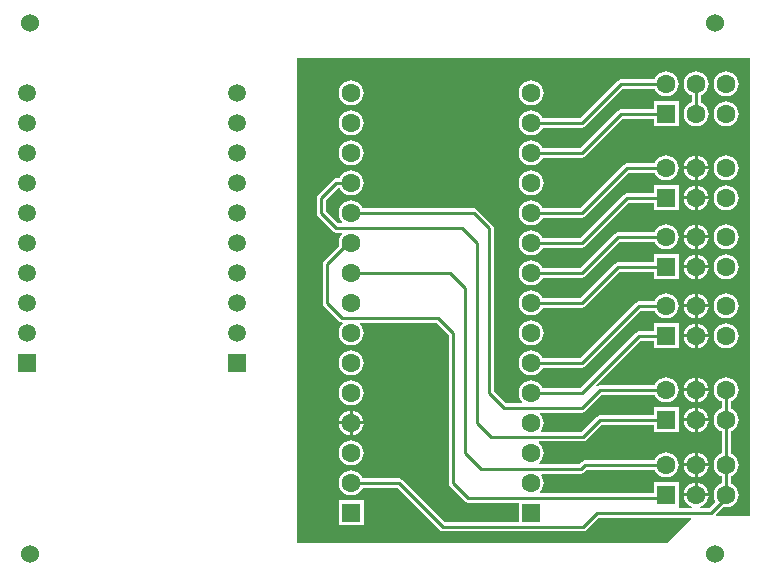
<source format=gbl>
G04 Layer_Physical_Order=2*
G04 Layer_Color=16711680*
%FSLAX44Y44*%
%MOMM*%
G71*
G01*
G75*
%ADD10C,1.5240*%
%ADD11R,1.6000X1.6000*%
%ADD12C,1.6000*%
%ADD13R,1.6000X1.6000*%
%ADD14R,1.5000X1.5000*%
%ADD15C,1.5000*%
%ADD16C,0.2540*%
G36*
X1260000Y1020000D02*
X1260000Y632460D01*
X1231433Y632460D01*
X1230947Y633633D01*
X1237225Y639911D01*
X1239520Y639609D01*
X1242271Y639971D01*
X1244836Y641033D01*
X1247037Y642723D01*
X1248727Y644924D01*
X1249789Y647488D01*
X1250151Y650240D01*
X1249789Y652991D01*
X1248727Y655555D01*
X1247037Y657757D01*
X1244836Y659447D01*
X1243405Y660039D01*
Y665841D01*
X1244836Y666433D01*
X1247037Y668123D01*
X1248727Y670324D01*
X1249789Y672888D01*
X1250151Y675640D01*
X1249789Y678391D01*
X1248727Y680956D01*
X1247037Y683157D01*
X1244836Y684847D01*
X1243405Y685439D01*
Y703941D01*
X1244836Y704533D01*
X1247037Y706223D01*
X1248727Y708425D01*
X1249789Y710988D01*
X1250151Y713740D01*
X1249789Y716491D01*
X1248727Y719055D01*
X1247037Y721257D01*
X1244836Y722947D01*
X1243405Y723539D01*
Y729341D01*
X1244836Y729933D01*
X1247037Y731623D01*
X1248727Y733824D01*
X1249789Y736388D01*
X1250151Y739140D01*
X1249789Y741891D01*
X1248727Y744455D01*
X1247037Y746657D01*
X1244836Y748347D01*
X1242271Y749409D01*
X1239520Y749771D01*
X1236768Y749409D01*
X1234204Y748347D01*
X1232003Y746657D01*
X1230313Y744455D01*
X1229251Y741891D01*
X1228889Y739140D01*
X1229251Y736388D01*
X1230313Y733824D01*
X1232003Y731623D01*
X1234204Y729933D01*
X1235635Y729341D01*
Y723539D01*
X1234204Y722947D01*
X1232003Y721257D01*
X1230313Y719055D01*
X1229251Y716491D01*
X1228889Y713740D01*
X1229251Y710988D01*
X1230313Y708425D01*
X1232003Y706223D01*
X1234204Y704533D01*
X1235635Y703941D01*
Y685439D01*
X1234204Y684847D01*
X1232003Y683157D01*
X1230313Y680956D01*
X1229251Y678391D01*
X1228889Y675640D01*
X1229251Y672888D01*
X1230313Y670324D01*
X1232003Y668123D01*
X1234204Y666433D01*
X1235635Y665841D01*
Y660039D01*
X1234204Y659447D01*
X1232003Y657757D01*
X1230313Y655555D01*
X1229251Y652991D01*
X1228889Y650240D01*
X1229251Y647488D01*
X1230313Y644924D01*
X1230720Y644394D01*
X1225211Y638885D01*
X1217567D01*
X1217314Y640155D01*
X1219436Y641033D01*
X1221637Y642723D01*
X1223327Y644924D01*
X1224389Y647488D01*
X1224584Y648970D01*
X1203656D01*
X1203851Y647488D01*
X1204913Y644924D01*
X1206603Y642723D01*
X1208804Y641033D01*
X1210926Y640155D01*
X1210673Y638885D01*
X1200192D01*
X1199260Y639700D01*
Y660780D01*
X1178180D01*
Y651585D01*
X1082221D01*
X1081813Y652787D01*
X1081937Y652883D01*
X1083627Y655085D01*
X1084689Y657648D01*
X1085051Y660400D01*
X1084689Y663151D01*
X1083627Y665715D01*
X1082598Y667055D01*
X1083225Y668325D01*
X1116710D01*
X1118197Y668621D01*
X1119457Y669463D01*
X1121749Y671755D01*
X1178921D01*
X1179513Y670324D01*
X1181203Y668123D01*
X1183404Y666433D01*
X1185968Y665371D01*
X1188720Y665009D01*
X1191471Y665371D01*
X1194035Y666433D01*
X1196237Y668123D01*
X1197927Y670324D01*
X1198989Y672888D01*
X1199351Y675640D01*
X1198989Y678391D01*
X1197927Y680956D01*
X1196237Y683157D01*
X1194035Y684847D01*
X1191471Y685909D01*
X1188720Y686271D01*
X1185968Y685909D01*
X1183404Y684847D01*
X1181203Y683157D01*
X1179513Y680956D01*
X1178921Y679525D01*
X1120140D01*
X1118653Y679229D01*
X1117393Y678387D01*
X1115101Y676095D01*
X1081172D01*
X1080741Y677365D01*
X1081937Y678283D01*
X1083627Y680484D01*
X1084689Y683048D01*
X1085051Y685800D01*
X1084689Y688551D01*
X1083627Y691115D01*
X1081937Y693317D01*
X1080741Y694235D01*
X1081172Y695505D01*
X1118490D01*
X1119977Y695801D01*
X1121237Y696643D01*
X1134449Y709855D01*
X1178180D01*
Y703200D01*
X1199260D01*
Y724280D01*
X1178180D01*
Y717625D01*
X1132840D01*
X1131353Y717329D01*
X1130093Y716487D01*
X1116881Y703275D01*
X1083225D01*
X1082598Y704545D01*
X1083627Y705884D01*
X1084689Y708448D01*
X1085051Y711200D01*
X1084689Y713951D01*
X1083627Y716516D01*
X1081937Y718717D01*
X1081813Y718813D01*
X1082221Y720015D01*
X1117600D01*
X1119087Y720311D01*
X1120347Y721153D01*
X1134449Y735255D01*
X1178921D01*
X1179513Y733824D01*
X1181203Y731623D01*
X1183404Y729933D01*
X1185968Y728871D01*
X1188720Y728509D01*
X1191471Y728871D01*
X1194035Y729933D01*
X1196237Y731623D01*
X1197927Y733824D01*
X1198989Y736388D01*
X1199351Y739140D01*
X1198989Y741891D01*
X1197927Y744455D01*
X1196237Y746657D01*
X1194035Y748347D01*
X1191471Y749409D01*
X1188720Y749771D01*
X1185968Y749409D01*
X1183404Y748347D01*
X1181203Y746657D01*
X1179513Y744455D01*
X1178921Y743025D01*
X1132840D01*
X1131353Y742729D01*
X1130345Y742055D01*
X1129535Y743041D01*
X1167469Y780975D01*
X1178180D01*
Y774320D01*
X1199260D01*
Y795400D01*
X1178180D01*
Y788745D01*
X1165860D01*
X1164373Y788449D01*
X1163113Y787607D01*
X1115991Y740485D01*
X1084219D01*
X1083627Y741916D01*
X1081937Y744117D01*
X1079735Y745807D01*
X1077171Y746869D01*
X1074420Y747231D01*
X1071668Y746869D01*
X1069105Y745807D01*
X1066903Y744117D01*
X1065213Y741916D01*
X1064151Y739352D01*
X1063789Y736600D01*
X1064151Y733848D01*
X1065213Y731284D01*
X1066903Y729083D01*
X1067027Y728987D01*
X1066619Y727785D01*
X1053169D01*
X1042745Y738209D01*
Y876300D01*
X1042449Y877787D01*
X1041607Y879047D01*
X1028907Y891747D01*
X1027647Y892589D01*
X1026160Y892885D01*
X931819D01*
X931227Y894315D01*
X929537Y896517D01*
X927336Y898207D01*
X924771Y899269D01*
X922020Y899631D01*
X919268Y899269D01*
X916704Y898207D01*
X914503Y896517D01*
X912813Y894315D01*
X911751Y891751D01*
X911389Y889000D01*
X911751Y886248D01*
X912813Y883684D01*
X914503Y881483D01*
X914627Y881387D01*
X914219Y880185D01*
X910929D01*
X900505Y890609D01*
Y900091D01*
X910929Y910515D01*
X912221D01*
X912813Y909084D01*
X914503Y906883D01*
X916704Y905193D01*
X919268Y904131D01*
X922020Y903769D01*
X924771Y904131D01*
X927336Y905193D01*
X929537Y906883D01*
X931227Y909084D01*
X932289Y911648D01*
X932651Y914400D01*
X932289Y917151D01*
X931227Y919715D01*
X929537Y921917D01*
X927336Y923607D01*
X924771Y924669D01*
X922020Y925031D01*
X919268Y924669D01*
X916704Y923607D01*
X914503Y921917D01*
X912813Y919715D01*
X912221Y918285D01*
X909320D01*
X907833Y917989D01*
X906573Y917147D01*
X893873Y904447D01*
X893031Y903187D01*
X892735Y901700D01*
Y889000D01*
X893031Y887513D01*
X893873Y886253D01*
X906573Y873553D01*
X907833Y872711D01*
X909320Y872415D01*
X914219D01*
X914627Y871213D01*
X914503Y871117D01*
X912813Y868915D01*
X911751Y866351D01*
X911389Y863600D01*
X911691Y861305D01*
X898953Y848567D01*
X898111Y847307D01*
X897815Y845820D01*
Y812800D01*
X898111Y811313D01*
X898953Y810053D01*
X911653Y797353D01*
X912913Y796511D01*
X914168Y796261D01*
X914718Y795082D01*
X914503Y794917D01*
X912813Y792716D01*
X911751Y790152D01*
X911389Y787400D01*
X911751Y784649D01*
X912813Y782085D01*
X914503Y779883D01*
X916704Y778193D01*
X919268Y777131D01*
X922020Y776769D01*
X924771Y777131D01*
X927336Y778193D01*
X929537Y779883D01*
X931227Y782085D01*
X932289Y784649D01*
X932651Y787400D01*
X932289Y790152D01*
X931227Y792716D01*
X929537Y794917D01*
X929413Y795013D01*
X929821Y796215D01*
X994071D01*
X1004495Y785791D01*
Y660400D01*
X1004791Y658913D01*
X1005633Y657653D01*
X1018333Y644953D01*
X1019593Y644111D01*
X1021080Y643815D01*
X1063880D01*
Y627075D01*
X1001479D01*
X965407Y663147D01*
X964147Y663989D01*
X962660Y664285D01*
X931819D01*
X931227Y665715D01*
X929537Y667917D01*
X927336Y669607D01*
X924771Y670669D01*
X922020Y671031D01*
X919268Y670669D01*
X916704Y669607D01*
X914503Y667917D01*
X912813Y665715D01*
X911751Y663151D01*
X911389Y660400D01*
X911751Y657648D01*
X912813Y655085D01*
X914503Y652883D01*
X916704Y651193D01*
X919268Y650131D01*
X922020Y649769D01*
X924771Y650131D01*
X927336Y651193D01*
X929537Y652883D01*
X931227Y655085D01*
X931819Y656515D01*
X961051D01*
X997123Y620443D01*
X998383Y619601D01*
X999870Y619305D01*
X1118490D01*
X1119977Y619601D01*
X1121237Y620443D01*
X1131909Y631115D01*
X1209456D01*
X1209942Y629942D01*
X1189600Y609600D01*
X876300Y609600D01*
X876300Y1020000D01*
X1260000Y1020000D01*
D02*
G37*
%LPC*%
G36*
X1239520Y795491D02*
X1236768Y795129D01*
X1234204Y794067D01*
X1232003Y792377D01*
X1230313Y790175D01*
X1229251Y787611D01*
X1228889Y784860D01*
X1229251Y782109D01*
X1230313Y779545D01*
X1232003Y777343D01*
X1234204Y775653D01*
X1236768Y774591D01*
X1239520Y774229D01*
X1242271Y774591D01*
X1244836Y775653D01*
X1247037Y777343D01*
X1248727Y779545D01*
X1249789Y782109D01*
X1250151Y784860D01*
X1249789Y787611D01*
X1248727Y790175D01*
X1247037Y792377D01*
X1244836Y794067D01*
X1242271Y795129D01*
X1239520Y795491D01*
D02*
G37*
G36*
X922020Y772631D02*
X919268Y772269D01*
X916704Y771207D01*
X914503Y769517D01*
X912813Y767316D01*
X911751Y764752D01*
X911389Y762000D01*
X911751Y759249D01*
X912813Y756684D01*
X914503Y754483D01*
X916704Y752793D01*
X919268Y751731D01*
X922020Y751369D01*
X924771Y751731D01*
X927336Y752793D01*
X929537Y754483D01*
X931227Y756684D01*
X932289Y759249D01*
X932651Y762000D01*
X932289Y764752D01*
X931227Y767316D01*
X929537Y769517D01*
X927336Y771207D01*
X924771Y772269D01*
X922020Y772631D01*
D02*
G37*
G36*
X1224584Y783590D02*
X1215390D01*
Y774396D01*
X1216871Y774591D01*
X1219436Y775653D01*
X1221637Y777343D01*
X1223327Y779545D01*
X1224389Y782109D01*
X1224584Y783590D01*
D02*
G37*
G36*
X1212850D02*
X1203656D01*
X1203851Y782109D01*
X1204913Y779545D01*
X1206603Y777343D01*
X1208804Y775653D01*
X1211368Y774591D01*
X1212850Y774396D01*
Y783590D01*
D02*
G37*
G36*
X1224584Y737870D02*
X1215390D01*
Y728676D01*
X1216871Y728871D01*
X1219436Y729933D01*
X1221637Y731623D01*
X1223327Y733824D01*
X1224389Y736388D01*
X1224584Y737870D01*
D02*
G37*
G36*
X1212850D02*
X1203656D01*
X1203851Y736388D01*
X1204913Y733824D01*
X1206603Y731623D01*
X1208804Y729933D01*
X1211368Y728871D01*
X1212850Y728676D01*
Y737870D01*
D02*
G37*
G36*
X1215390Y749604D02*
Y740410D01*
X1224584D01*
X1224389Y741891D01*
X1223327Y744455D01*
X1221637Y746657D01*
X1219436Y748347D01*
X1216871Y749409D01*
X1215390Y749604D01*
D02*
G37*
G36*
X1212850D02*
X1211368Y749409D01*
X1208804Y748347D01*
X1206603Y746657D01*
X1204913Y744455D01*
X1203851Y741891D01*
X1203656Y740410D01*
X1212850D01*
Y749604D01*
D02*
G37*
G36*
X1224584Y808990D02*
X1215390D01*
Y799796D01*
X1216871Y799991D01*
X1219436Y801053D01*
X1221637Y802743D01*
X1223327Y804945D01*
X1224389Y807508D01*
X1224584Y808990D01*
D02*
G37*
G36*
X1212850D02*
X1203656D01*
X1203851Y807508D01*
X1204913Y804945D01*
X1206603Y802743D01*
X1208804Y801053D01*
X1211368Y799991D01*
X1212850Y799796D01*
Y808990D01*
D02*
G37*
G36*
X1215390Y820724D02*
Y811530D01*
X1224584D01*
X1224389Y813011D01*
X1223327Y815575D01*
X1221637Y817777D01*
X1219436Y819467D01*
X1216871Y820529D01*
X1215390Y820724D01*
D02*
G37*
G36*
X1212850D02*
X1211368Y820529D01*
X1208804Y819467D01*
X1206603Y817777D01*
X1204913Y815575D01*
X1203851Y813011D01*
X1203656Y811530D01*
X1212850D01*
Y820724D01*
D02*
G37*
G36*
X1239520Y820891D02*
X1236768Y820529D01*
X1234204Y819467D01*
X1232003Y817777D01*
X1230313Y815575D01*
X1229251Y813011D01*
X1228889Y810260D01*
X1229251Y807508D01*
X1230313Y804945D01*
X1232003Y802743D01*
X1234204Y801053D01*
X1236768Y799991D01*
X1239520Y799629D01*
X1242271Y799991D01*
X1244836Y801053D01*
X1247037Y802743D01*
X1248727Y804945D01*
X1249789Y807508D01*
X1250151Y810260D01*
X1249789Y813011D01*
X1248727Y815575D01*
X1247037Y817777D01*
X1244836Y819467D01*
X1242271Y820529D01*
X1239520Y820891D01*
D02*
G37*
G36*
X1212850Y795324D02*
X1211368Y795129D01*
X1208804Y794067D01*
X1206603Y792377D01*
X1204913Y790175D01*
X1203851Y787611D01*
X1203656Y786130D01*
X1212850D01*
Y795324D01*
D02*
G37*
G36*
X1074420Y798031D02*
X1071668Y797669D01*
X1069105Y796607D01*
X1066903Y794917D01*
X1065213Y792716D01*
X1064151Y790152D01*
X1063789Y787400D01*
X1064151Y784649D01*
X1065213Y782085D01*
X1066903Y779883D01*
X1069105Y778193D01*
X1071668Y777131D01*
X1074420Y776769D01*
X1077171Y777131D01*
X1079735Y778193D01*
X1081937Y779883D01*
X1083627Y782085D01*
X1084689Y784649D01*
X1085051Y787400D01*
X1084689Y790152D01*
X1083627Y792716D01*
X1081937Y794917D01*
X1079735Y796607D01*
X1077171Y797669D01*
X1074420Y798031D01*
D02*
G37*
G36*
X1188720Y820891D02*
X1185968Y820529D01*
X1183404Y819467D01*
X1181203Y817777D01*
X1179513Y815575D01*
X1178921Y814145D01*
X1165860D01*
X1164373Y813849D01*
X1163113Y813007D01*
X1115991Y765885D01*
X1084219D01*
X1083627Y767316D01*
X1081937Y769517D01*
X1079735Y771207D01*
X1077171Y772269D01*
X1074420Y772631D01*
X1071668Y772269D01*
X1069105Y771207D01*
X1066903Y769517D01*
X1065213Y767316D01*
X1064151Y764752D01*
X1063789Y762000D01*
X1064151Y759249D01*
X1065213Y756684D01*
X1066903Y754483D01*
X1069105Y752793D01*
X1071668Y751731D01*
X1074420Y751369D01*
X1077171Y751731D01*
X1079735Y752793D01*
X1081937Y754483D01*
X1083627Y756684D01*
X1084219Y758115D01*
X1117600D01*
X1119087Y758411D01*
X1120347Y759253D01*
X1167469Y806375D01*
X1178921D01*
X1179513Y804945D01*
X1181203Y802743D01*
X1183404Y801053D01*
X1185968Y799991D01*
X1188720Y799629D01*
X1191471Y799991D01*
X1194035Y801053D01*
X1196237Y802743D01*
X1197927Y804945D01*
X1198989Y807508D01*
X1199351Y810260D01*
X1198989Y813011D01*
X1197927Y815575D01*
X1196237Y817777D01*
X1194035Y819467D01*
X1191471Y820529D01*
X1188720Y820891D01*
D02*
G37*
G36*
X1215390Y795324D02*
Y786130D01*
X1224584D01*
X1224389Y787611D01*
X1223327Y790175D01*
X1221637Y792377D01*
X1219436Y794067D01*
X1216871Y795129D01*
X1215390Y795324D01*
D02*
G37*
G36*
X922020Y696431D02*
X919268Y696069D01*
X916704Y695007D01*
X914503Y693317D01*
X912813Y691115D01*
X911751Y688551D01*
X911389Y685800D01*
X911751Y683048D01*
X912813Y680484D01*
X914503Y678283D01*
X916704Y676593D01*
X919268Y675531D01*
X922020Y675169D01*
X924771Y675531D01*
X927336Y676593D01*
X929537Y678283D01*
X931227Y680484D01*
X932289Y683048D01*
X932651Y685800D01*
X932289Y688551D01*
X931227Y691115D01*
X929537Y693317D01*
X927336Y695007D01*
X924771Y696069D01*
X922020Y696431D01*
D02*
G37*
G36*
X1224584Y674370D02*
X1215390D01*
Y665176D01*
X1216871Y665371D01*
X1219436Y666433D01*
X1221637Y668123D01*
X1223327Y670324D01*
X1224389Y672888D01*
X1224584Y674370D01*
D02*
G37*
G36*
X1215390Y686104D02*
Y676910D01*
X1224584D01*
X1224389Y678391D01*
X1223327Y680956D01*
X1221637Y683157D01*
X1219436Y684847D01*
X1216871Y685909D01*
X1215390Y686104D01*
D02*
G37*
G36*
X1212850D02*
X1211368Y685909D01*
X1208804Y684847D01*
X1206603Y683157D01*
X1204913Y680956D01*
X1203851Y678391D01*
X1203656Y676910D01*
X1212850D01*
Y686104D01*
D02*
G37*
G36*
Y660704D02*
X1211368Y660509D01*
X1208804Y659447D01*
X1206603Y657757D01*
X1204913Y655555D01*
X1203851Y652991D01*
X1203656Y651510D01*
X1212850D01*
Y660704D01*
D02*
G37*
G36*
X932560Y645540D02*
X911480D01*
Y624460D01*
X932560D01*
Y645540D01*
D02*
G37*
G36*
X1212850Y674370D02*
X1203656D01*
X1203851Y672888D01*
X1204913Y670324D01*
X1206603Y668123D01*
X1208804Y666433D01*
X1211368Y665371D01*
X1212850Y665176D01*
Y674370D01*
D02*
G37*
G36*
X1215390Y660704D02*
Y651510D01*
X1224584D01*
X1224389Y652991D01*
X1223327Y655555D01*
X1221637Y657757D01*
X1219436Y659447D01*
X1216871Y660509D01*
X1215390Y660704D01*
D02*
G37*
G36*
X920750Y709930D02*
X911556D01*
X911751Y708448D01*
X912813Y705884D01*
X914503Y703683D01*
X916704Y701993D01*
X919268Y700931D01*
X920750Y700736D01*
Y709930D01*
D02*
G37*
G36*
X1212850Y724204D02*
X1211368Y724009D01*
X1208804Y722947D01*
X1206603Y721257D01*
X1204913Y719055D01*
X1203851Y716491D01*
X1203656Y715010D01*
X1212850D01*
Y724204D01*
D02*
G37*
G36*
X923290Y721664D02*
Y712470D01*
X932484D01*
X932289Y713951D01*
X931227Y716516D01*
X929537Y718717D01*
X927336Y720407D01*
X924771Y721469D01*
X923290Y721664D01*
D02*
G37*
G36*
X922020Y747231D02*
X919268Y746869D01*
X916704Y745807D01*
X914503Y744117D01*
X912813Y741916D01*
X911751Y739352D01*
X911389Y736600D01*
X911751Y733848D01*
X912813Y731284D01*
X914503Y729083D01*
X916704Y727393D01*
X919268Y726331D01*
X922020Y725969D01*
X924771Y726331D01*
X927336Y727393D01*
X929537Y729083D01*
X931227Y731284D01*
X932289Y733848D01*
X932651Y736600D01*
X932289Y739352D01*
X931227Y741916D01*
X929537Y744117D01*
X927336Y745807D01*
X924771Y746869D01*
X922020Y747231D01*
D02*
G37*
G36*
X1215390Y724204D02*
Y715010D01*
X1224584D01*
X1224389Y716491D01*
X1223327Y719055D01*
X1221637Y721257D01*
X1219436Y722947D01*
X1216871Y724009D01*
X1215390Y724204D01*
D02*
G37*
G36*
X1212850Y712470D02*
X1203656D01*
X1203851Y710988D01*
X1204913Y708425D01*
X1206603Y706223D01*
X1208804Y704533D01*
X1211368Y703471D01*
X1212850Y703276D01*
Y712470D01*
D02*
G37*
G36*
X932484Y709930D02*
X923290D01*
Y700736D01*
X924771Y700931D01*
X927336Y701993D01*
X929537Y703683D01*
X931227Y705884D01*
X932289Y708448D01*
X932484Y709930D01*
D02*
G37*
G36*
X920750Y721664D02*
X919268Y721469D01*
X916704Y720407D01*
X914503Y718717D01*
X912813Y716516D01*
X911751Y713951D01*
X911556Y712470D01*
X920750D01*
Y721664D01*
D02*
G37*
G36*
X1224584Y712470D02*
X1215390D01*
Y703276D01*
X1216871Y703471D01*
X1219436Y704533D01*
X1221637Y706223D01*
X1223327Y708425D01*
X1224389Y710988D01*
X1224584Y712470D01*
D02*
G37*
G36*
Y925830D02*
X1215390D01*
Y916636D01*
X1216871Y916831D01*
X1219436Y917893D01*
X1221637Y919583D01*
X1223327Y921785D01*
X1224389Y924349D01*
X1224584Y925830D01*
D02*
G37*
G36*
X1212850D02*
X1203656D01*
X1203851Y924349D01*
X1204913Y921785D01*
X1206603Y919583D01*
X1208804Y917893D01*
X1211368Y916831D01*
X1212850Y916636D01*
Y925830D01*
D02*
G37*
G36*
X1215390Y937564D02*
Y928370D01*
X1224584D01*
X1224389Y929852D01*
X1223327Y932415D01*
X1221637Y934617D01*
X1219436Y936307D01*
X1216871Y937369D01*
X1215390Y937564D01*
D02*
G37*
G36*
X1212850D02*
X1211368Y937369D01*
X1208804Y936307D01*
X1206603Y934617D01*
X1204913Y932415D01*
X1203851Y929852D01*
X1203656Y928370D01*
X1212850D01*
Y937564D01*
D02*
G37*
G36*
X1074420Y925031D02*
X1071668Y924669D01*
X1069105Y923607D01*
X1066903Y921917D01*
X1065213Y919715D01*
X1064151Y917151D01*
X1063789Y914400D01*
X1064151Y911648D01*
X1065213Y909084D01*
X1066903Y906883D01*
X1069105Y905193D01*
X1071668Y904131D01*
X1074420Y903769D01*
X1077171Y904131D01*
X1079735Y905193D01*
X1081937Y906883D01*
X1083627Y909084D01*
X1084689Y911648D01*
X1085051Y914400D01*
X1084689Y917151D01*
X1083627Y919715D01*
X1081937Y921917D01*
X1079735Y923607D01*
X1077171Y924669D01*
X1074420Y925031D01*
D02*
G37*
G36*
X1215390Y912164D02*
Y902970D01*
X1224584D01*
X1224389Y904452D01*
X1223327Y907016D01*
X1221637Y909217D01*
X1219436Y910907D01*
X1216871Y911969D01*
X1215390Y912164D01*
D02*
G37*
G36*
X1239520Y937731D02*
X1236768Y937369D01*
X1234204Y936307D01*
X1232003Y934617D01*
X1230313Y932415D01*
X1229251Y929852D01*
X1228889Y927100D01*
X1229251Y924349D01*
X1230313Y921785D01*
X1232003Y919583D01*
X1234204Y917893D01*
X1236768Y916831D01*
X1239520Y916469D01*
X1242271Y916831D01*
X1244836Y917893D01*
X1247037Y919583D01*
X1248727Y921785D01*
X1249789Y924349D01*
X1250151Y927100D01*
X1249789Y929852D01*
X1248727Y932415D01*
X1247037Y934617D01*
X1244836Y936307D01*
X1242271Y937369D01*
X1239520Y937731D01*
D02*
G37*
G36*
X1188720D02*
X1185968Y937369D01*
X1183404Y936307D01*
X1181203Y934617D01*
X1179513Y932415D01*
X1178921Y930985D01*
X1155700D01*
X1154213Y930689D01*
X1152953Y929847D01*
X1115991Y892885D01*
X1084219D01*
X1083627Y894315D01*
X1081937Y896517D01*
X1079735Y898207D01*
X1077171Y899269D01*
X1074420Y899631D01*
X1071668Y899269D01*
X1069105Y898207D01*
X1066903Y896517D01*
X1065213Y894315D01*
X1064151Y891751D01*
X1063789Y889000D01*
X1064151Y886248D01*
X1065213Y883684D01*
X1066903Y881483D01*
X1069105Y879793D01*
X1071668Y878731D01*
X1074420Y878369D01*
X1077171Y878731D01*
X1079735Y879793D01*
X1081937Y881483D01*
X1083627Y883684D01*
X1084219Y885115D01*
X1117600D01*
X1119087Y885411D01*
X1120347Y886253D01*
X1157309Y923215D01*
X1178921D01*
X1179513Y921785D01*
X1181203Y919583D01*
X1183404Y917893D01*
X1185968Y916831D01*
X1188720Y916469D01*
X1191471Y916831D01*
X1194035Y917893D01*
X1196237Y919583D01*
X1197927Y921785D01*
X1198989Y924349D01*
X1199351Y927100D01*
X1198989Y929852D01*
X1197927Y932415D01*
X1196237Y934617D01*
X1194035Y936307D01*
X1191471Y937369D01*
X1188720Y937731D01*
D02*
G37*
G36*
X922020Y950431D02*
X919268Y950069D01*
X916704Y949007D01*
X914503Y947317D01*
X912813Y945116D01*
X911751Y942551D01*
X911389Y939800D01*
X911751Y937048D01*
X912813Y934484D01*
X914503Y932283D01*
X916704Y930593D01*
X919268Y929531D01*
X922020Y929169D01*
X924771Y929531D01*
X927336Y930593D01*
X929537Y932283D01*
X931227Y934484D01*
X932289Y937048D01*
X932651Y939800D01*
X932289Y942551D01*
X931227Y945116D01*
X929537Y947317D01*
X927336Y949007D01*
X924771Y950069D01*
X922020Y950431D01*
D02*
G37*
G36*
X1074420Y1001231D02*
X1071668Y1000869D01*
X1069105Y999807D01*
X1066903Y998117D01*
X1065213Y995916D01*
X1064151Y993352D01*
X1063789Y990600D01*
X1064151Y987849D01*
X1065213Y985285D01*
X1066903Y983083D01*
X1069105Y981393D01*
X1071668Y980331D01*
X1074420Y979969D01*
X1077171Y980331D01*
X1079735Y981393D01*
X1081937Y983083D01*
X1083627Y985285D01*
X1084689Y987849D01*
X1085051Y990600D01*
X1084689Y993352D01*
X1083627Y995916D01*
X1081937Y998117D01*
X1079735Y999807D01*
X1077171Y1000869D01*
X1074420Y1001231D01*
D02*
G37*
G36*
X922020D02*
X919268Y1000869D01*
X916704Y999807D01*
X914503Y998117D01*
X912813Y995916D01*
X911751Y993352D01*
X911389Y990600D01*
X911751Y987849D01*
X912813Y985285D01*
X914503Y983083D01*
X916704Y981393D01*
X919268Y980331D01*
X922020Y979969D01*
X924771Y980331D01*
X927336Y981393D01*
X929537Y983083D01*
X931227Y985285D01*
X932289Y987849D01*
X932651Y990600D01*
X932289Y993352D01*
X931227Y995916D01*
X929537Y998117D01*
X927336Y999807D01*
X924771Y1000869D01*
X922020Y1001231D01*
D02*
G37*
G36*
X1239520Y1008851D02*
X1236768Y1008489D01*
X1234204Y1007427D01*
X1232003Y1005737D01*
X1230313Y1003536D01*
X1229251Y1000972D01*
X1228889Y998220D01*
X1229251Y995469D01*
X1230313Y992905D01*
X1232003Y990703D01*
X1234204Y989013D01*
X1236768Y987951D01*
X1239520Y987589D01*
X1242271Y987951D01*
X1244836Y989013D01*
X1247037Y990703D01*
X1248727Y992905D01*
X1249789Y995469D01*
X1250151Y998220D01*
X1249789Y1000972D01*
X1248727Y1003536D01*
X1247037Y1005737D01*
X1244836Y1007427D01*
X1242271Y1008489D01*
X1239520Y1008851D01*
D02*
G37*
G36*
X1188720D02*
X1185968Y1008489D01*
X1183404Y1007427D01*
X1181203Y1005737D01*
X1179513Y1003536D01*
X1178921Y1002105D01*
X1150620D01*
X1149133Y1001809D01*
X1147873Y1000967D01*
X1115991Y969085D01*
X1084219D01*
X1083627Y970516D01*
X1081937Y972717D01*
X1079735Y974407D01*
X1077171Y975469D01*
X1074420Y975831D01*
X1071668Y975469D01*
X1069105Y974407D01*
X1066903Y972717D01*
X1065213Y970516D01*
X1064151Y967952D01*
X1063789Y965200D01*
X1064151Y962449D01*
X1065213Y959884D01*
X1066903Y957683D01*
X1069105Y955993D01*
X1071668Y954931D01*
X1074420Y954569D01*
X1077171Y954931D01*
X1079735Y955993D01*
X1081937Y957683D01*
X1083627Y959884D01*
X1084219Y961315D01*
X1117600D01*
X1119087Y961611D01*
X1120347Y962453D01*
X1152229Y994335D01*
X1178921D01*
X1179513Y992905D01*
X1181203Y990703D01*
X1183404Y989013D01*
X1185968Y987951D01*
X1188720Y987589D01*
X1191471Y987951D01*
X1194035Y989013D01*
X1196237Y990703D01*
X1197927Y992905D01*
X1198989Y995469D01*
X1199351Y998220D01*
X1198989Y1000972D01*
X1197927Y1003536D01*
X1196237Y1005737D01*
X1194035Y1007427D01*
X1191471Y1008489D01*
X1188720Y1008851D01*
D02*
G37*
G36*
X1214120D02*
X1211368Y1008489D01*
X1208804Y1007427D01*
X1206603Y1005737D01*
X1204913Y1003536D01*
X1203851Y1000972D01*
X1203489Y998220D01*
X1203851Y995469D01*
X1204913Y992905D01*
X1206603Y990703D01*
X1208804Y989013D01*
X1210235Y988421D01*
Y982619D01*
X1208804Y982027D01*
X1206603Y980337D01*
X1204913Y978136D01*
X1203851Y975572D01*
X1203489Y972820D01*
X1203851Y970069D01*
X1204913Y967505D01*
X1206603Y965303D01*
X1208804Y963613D01*
X1211368Y962551D01*
X1214120Y962189D01*
X1216871Y962551D01*
X1219436Y963613D01*
X1221637Y965303D01*
X1223327Y967505D01*
X1224389Y970069D01*
X1224751Y972820D01*
X1224389Y975572D01*
X1223327Y978136D01*
X1221637Y980337D01*
X1219436Y982027D01*
X1218005Y982619D01*
Y988421D01*
X1219436Y989013D01*
X1221637Y990703D01*
X1223327Y992905D01*
X1224389Y995469D01*
X1224751Y998220D01*
X1224389Y1000972D01*
X1223327Y1003536D01*
X1221637Y1005737D01*
X1219436Y1007427D01*
X1216871Y1008489D01*
X1214120Y1008851D01*
D02*
G37*
G36*
X922020Y975831D02*
X919268Y975469D01*
X916704Y974407D01*
X914503Y972717D01*
X912813Y970516D01*
X911751Y967952D01*
X911389Y965200D01*
X911751Y962449D01*
X912813Y959884D01*
X914503Y957683D01*
X916704Y955993D01*
X919268Y954931D01*
X922020Y954569D01*
X924771Y954931D01*
X927336Y955993D01*
X929537Y957683D01*
X931227Y959884D01*
X932289Y962449D01*
X932651Y965200D01*
X932289Y967952D01*
X931227Y970516D01*
X929537Y972717D01*
X927336Y974407D01*
X924771Y975469D01*
X922020Y975831D01*
D02*
G37*
G36*
X1199260Y983360D02*
X1178180D01*
Y976705D01*
X1150620D01*
X1149133Y976409D01*
X1147873Y975567D01*
X1115991Y943685D01*
X1084219D01*
X1083627Y945116D01*
X1081937Y947317D01*
X1079735Y949007D01*
X1077171Y950069D01*
X1074420Y950431D01*
X1071668Y950069D01*
X1069105Y949007D01*
X1066903Y947317D01*
X1065213Y945116D01*
X1064151Y942551D01*
X1063789Y939800D01*
X1064151Y937048D01*
X1065213Y934484D01*
X1066903Y932283D01*
X1069105Y930593D01*
X1071668Y929531D01*
X1074420Y929169D01*
X1077171Y929531D01*
X1079735Y930593D01*
X1081937Y932283D01*
X1083627Y934484D01*
X1084219Y935915D01*
X1117600D01*
X1119087Y936211D01*
X1120347Y937053D01*
X1152229Y968935D01*
X1178180D01*
Y962280D01*
X1199260D01*
Y983360D01*
D02*
G37*
G36*
X1239520Y983451D02*
X1236768Y983089D01*
X1234204Y982027D01*
X1232003Y980337D01*
X1230313Y978136D01*
X1229251Y975572D01*
X1228889Y972820D01*
X1229251Y970069D01*
X1230313Y967505D01*
X1232003Y965303D01*
X1234204Y963613D01*
X1236768Y962551D01*
X1239520Y962189D01*
X1242271Y962551D01*
X1244836Y963613D01*
X1247037Y965303D01*
X1248727Y967505D01*
X1249789Y970069D01*
X1250151Y972820D01*
X1249789Y975572D01*
X1248727Y978136D01*
X1247037Y980337D01*
X1244836Y982027D01*
X1242271Y983089D01*
X1239520Y983451D01*
D02*
G37*
G36*
X1215390Y853744D02*
Y844550D01*
X1224584D01*
X1224389Y846031D01*
X1223327Y848596D01*
X1221637Y850797D01*
X1219436Y852487D01*
X1216871Y853549D01*
X1215390Y853744D01*
D02*
G37*
G36*
X1212850D02*
X1211368Y853549D01*
X1208804Y852487D01*
X1206603Y850797D01*
X1204913Y848596D01*
X1203851Y846031D01*
X1203656Y844550D01*
X1212850D01*
Y853744D01*
D02*
G37*
G36*
X1239520Y879311D02*
X1236768Y878949D01*
X1234204Y877887D01*
X1232003Y876197D01*
X1230313Y873996D01*
X1229251Y871432D01*
X1228889Y868680D01*
X1229251Y865928D01*
X1230313Y863364D01*
X1232003Y861163D01*
X1234204Y859473D01*
X1236768Y858411D01*
X1239520Y858049D01*
X1242271Y858411D01*
X1244836Y859473D01*
X1247037Y861163D01*
X1248727Y863364D01*
X1249789Y865928D01*
X1250151Y868680D01*
X1249789Y871432D01*
X1248727Y873996D01*
X1247037Y876197D01*
X1244836Y877887D01*
X1242271Y878949D01*
X1239520Y879311D01*
D02*
G37*
G36*
X1188720D02*
X1185968Y878949D01*
X1183404Y877887D01*
X1181203Y876197D01*
X1179513Y873996D01*
X1178921Y872565D01*
X1148080D01*
X1146593Y872269D01*
X1145333Y871427D01*
X1115991Y842085D01*
X1084219D01*
X1083627Y843515D01*
X1081937Y845717D01*
X1079735Y847407D01*
X1077171Y848469D01*
X1074420Y848831D01*
X1071668Y848469D01*
X1069105Y847407D01*
X1066903Y845717D01*
X1065213Y843515D01*
X1064151Y840952D01*
X1063789Y838200D01*
X1064151Y835449D01*
X1065213Y832885D01*
X1066903Y830683D01*
X1069105Y828993D01*
X1071668Y827931D01*
X1074420Y827569D01*
X1077171Y827931D01*
X1079735Y828993D01*
X1081937Y830683D01*
X1083627Y832885D01*
X1084219Y834315D01*
X1117600D01*
X1119087Y834611D01*
X1120347Y835453D01*
X1149689Y864795D01*
X1178921D01*
X1179513Y863364D01*
X1181203Y861163D01*
X1183404Y859473D01*
X1185968Y858411D01*
X1188720Y858049D01*
X1191471Y858411D01*
X1194035Y859473D01*
X1196237Y861163D01*
X1197927Y863364D01*
X1198989Y865928D01*
X1199351Y868680D01*
X1198989Y871432D01*
X1197927Y873996D01*
X1196237Y876197D01*
X1194035Y877887D01*
X1191471Y878949D01*
X1188720Y879311D01*
D02*
G37*
G36*
X1199260Y853820D02*
X1178180D01*
Y847165D01*
X1148080D01*
X1146593Y846869D01*
X1145333Y846027D01*
X1115991Y816685D01*
X1084219D01*
X1083627Y818115D01*
X1081937Y820317D01*
X1079735Y822007D01*
X1077171Y823069D01*
X1074420Y823431D01*
X1071668Y823069D01*
X1069105Y822007D01*
X1066903Y820317D01*
X1065213Y818115D01*
X1064151Y815552D01*
X1063789Y812800D01*
X1064151Y810049D01*
X1065213Y807485D01*
X1066903Y805283D01*
X1069105Y803593D01*
X1071668Y802531D01*
X1074420Y802169D01*
X1077171Y802531D01*
X1079735Y803593D01*
X1081937Y805283D01*
X1083627Y807485D01*
X1084219Y808915D01*
X1117600D01*
X1119087Y809211D01*
X1120347Y810053D01*
X1149689Y839395D01*
X1178180D01*
Y832740D01*
X1199260D01*
Y853820D01*
D02*
G37*
G36*
X1239520Y853911D02*
X1236768Y853549D01*
X1234204Y852487D01*
X1232003Y850797D01*
X1230313Y848596D01*
X1229251Y846031D01*
X1228889Y843280D01*
X1229251Y840528D01*
X1230313Y837964D01*
X1232003Y835763D01*
X1234204Y834073D01*
X1236768Y833011D01*
X1239520Y832649D01*
X1242271Y833011D01*
X1244836Y834073D01*
X1247037Y835763D01*
X1248727Y837964D01*
X1249789Y840528D01*
X1250151Y843280D01*
X1249789Y846031D01*
X1248727Y848596D01*
X1247037Y850797D01*
X1244836Y852487D01*
X1242271Y853549D01*
X1239520Y853911D01*
D02*
G37*
G36*
X1224584Y842010D02*
X1215390D01*
Y832816D01*
X1216871Y833011D01*
X1219436Y834073D01*
X1221637Y835763D01*
X1223327Y837964D01*
X1224389Y840528D01*
X1224584Y842010D01*
D02*
G37*
G36*
X1212850D02*
X1203656D01*
X1203851Y840528D01*
X1204913Y837964D01*
X1206603Y835763D01*
X1208804Y834073D01*
X1211368Y833011D01*
X1212850Y832816D01*
Y842010D01*
D02*
G37*
G36*
Y867410D02*
X1203656D01*
X1203851Y865928D01*
X1204913Y863364D01*
X1206603Y861163D01*
X1208804Y859473D01*
X1211368Y858411D01*
X1212850Y858216D01*
Y867410D01*
D02*
G37*
G36*
Y900430D02*
X1203656D01*
X1203851Y898949D01*
X1204913Y896385D01*
X1206603Y894183D01*
X1208804Y892493D01*
X1211368Y891431D01*
X1212850Y891236D01*
Y900430D01*
D02*
G37*
G36*
X1199260Y912240D02*
X1178180D01*
Y905585D01*
X1155700D01*
X1154213Y905289D01*
X1152953Y904447D01*
X1115991Y867485D01*
X1084219D01*
X1083627Y868915D01*
X1081937Y871117D01*
X1079735Y872807D01*
X1077171Y873869D01*
X1074420Y874231D01*
X1071668Y873869D01*
X1069105Y872807D01*
X1066903Y871117D01*
X1065213Y868915D01*
X1064151Y866351D01*
X1063789Y863600D01*
X1064151Y860848D01*
X1065213Y858285D01*
X1066903Y856083D01*
X1069105Y854393D01*
X1071668Y853331D01*
X1074420Y852969D01*
X1077171Y853331D01*
X1079735Y854393D01*
X1081937Y856083D01*
X1083627Y858285D01*
X1084219Y859715D01*
X1117600D01*
X1119087Y860011D01*
X1120347Y860853D01*
X1157309Y897815D01*
X1178180D01*
Y891160D01*
X1199260D01*
Y912240D01*
D02*
G37*
G36*
X1212850Y912164D02*
X1211368Y911969D01*
X1208804Y910907D01*
X1206603Y909217D01*
X1204913Y907016D01*
X1203851Y904452D01*
X1203656Y902970D01*
X1212850D01*
Y912164D01*
D02*
G37*
G36*
X1224584Y900430D02*
X1215390D01*
Y891236D01*
X1216871Y891431D01*
X1219436Y892493D01*
X1221637Y894183D01*
X1223327Y896385D01*
X1224389Y898949D01*
X1224584Y900430D01*
D02*
G37*
G36*
X1212850Y879144D02*
X1211368Y878949D01*
X1208804Y877887D01*
X1206603Y876197D01*
X1204913Y873996D01*
X1203851Y871432D01*
X1203656Y869950D01*
X1212850D01*
Y879144D01*
D02*
G37*
G36*
X1224584Y867410D02*
X1215390D01*
Y858216D01*
X1216871Y858411D01*
X1219436Y859473D01*
X1221637Y861163D01*
X1223327Y863364D01*
X1224389Y865928D01*
X1224584Y867410D01*
D02*
G37*
G36*
X1239520Y912331D02*
X1236768Y911969D01*
X1234204Y910907D01*
X1232003Y909217D01*
X1230313Y907016D01*
X1229251Y904452D01*
X1228889Y901700D01*
X1229251Y898949D01*
X1230313Y896385D01*
X1232003Y894183D01*
X1234204Y892493D01*
X1236768Y891431D01*
X1239520Y891069D01*
X1242271Y891431D01*
X1244836Y892493D01*
X1247037Y894183D01*
X1248727Y896385D01*
X1249789Y898949D01*
X1250151Y901700D01*
X1249789Y904452D01*
X1248727Y907016D01*
X1247037Y909217D01*
X1244836Y910907D01*
X1242271Y911969D01*
X1239520Y912331D01*
D02*
G37*
G36*
X1215390Y879144D02*
Y869950D01*
X1224584D01*
X1224389Y871432D01*
X1223327Y873996D01*
X1221637Y876197D01*
X1219436Y877887D01*
X1216871Y878949D01*
X1215390Y879144D01*
D02*
G37*
%LPD*%
D10*
X1230000Y600000D02*
D03*
Y1050000D02*
D03*
X650000D02*
D03*
Y600000D02*
D03*
D11*
X1074420Y635000D02*
D03*
X922020D02*
D03*
D12*
X1074420Y660400D02*
D03*
Y685800D02*
D03*
Y711200D02*
D03*
Y736600D02*
D03*
Y762000D02*
D03*
Y787400D02*
D03*
Y812800D02*
D03*
Y838200D02*
D03*
Y863600D02*
D03*
Y889000D02*
D03*
Y914400D02*
D03*
Y939800D02*
D03*
Y965200D02*
D03*
Y990600D02*
D03*
X1239520Y675640D02*
D03*
Y650240D02*
D03*
X1214120Y675640D02*
D03*
Y650240D02*
D03*
X1188720Y675640D02*
D03*
X922020Y660400D02*
D03*
Y685800D02*
D03*
Y711200D02*
D03*
Y736600D02*
D03*
Y762000D02*
D03*
Y787400D02*
D03*
Y812800D02*
D03*
Y838200D02*
D03*
Y863600D02*
D03*
Y889000D02*
D03*
Y914400D02*
D03*
Y939800D02*
D03*
Y965200D02*
D03*
Y990600D02*
D03*
X1239520Y739140D02*
D03*
Y713740D02*
D03*
X1214120Y739140D02*
D03*
Y713740D02*
D03*
X1188720Y739140D02*
D03*
X1239520Y998220D02*
D03*
Y972820D02*
D03*
X1214120Y998220D02*
D03*
Y972820D02*
D03*
X1188720Y998220D02*
D03*
X1239520Y927100D02*
D03*
Y901700D02*
D03*
X1214120Y927100D02*
D03*
Y901700D02*
D03*
X1188720Y927100D02*
D03*
X1239520Y868680D02*
D03*
Y843280D02*
D03*
X1214120Y868680D02*
D03*
Y843280D02*
D03*
X1188720Y868680D02*
D03*
X1239520Y810260D02*
D03*
Y784860D02*
D03*
X1214120Y810260D02*
D03*
Y784860D02*
D03*
X1188720Y810260D02*
D03*
D13*
Y650240D02*
D03*
Y713740D02*
D03*
Y972820D02*
D03*
Y901700D02*
D03*
Y843280D02*
D03*
Y784860D02*
D03*
D14*
X825500Y762000D02*
D03*
X647700D02*
D03*
D15*
X825500Y787400D02*
D03*
Y838200D02*
D03*
Y863600D02*
D03*
Y889000D02*
D03*
Y914400D02*
D03*
Y939800D02*
D03*
Y965200D02*
D03*
Y990600D02*
D03*
Y812800D02*
D03*
X647700Y787400D02*
D03*
Y838200D02*
D03*
Y863600D02*
D03*
Y889000D02*
D03*
Y914400D02*
D03*
Y939800D02*
D03*
Y965200D02*
D03*
Y990600D02*
D03*
Y812800D02*
D03*
D16*
X962660Y660400D02*
X999870Y623190D01*
X1008380Y660400D02*
X1021080Y647700D01*
X1008380Y660400D02*
Y787400D01*
X1040510Y699390D02*
X1118490D01*
X1028700Y711200D02*
X1040510Y699390D01*
X1028700Y711200D02*
Y863600D01*
X1032130Y672210D02*
X1116710D01*
X1018540Y685800D02*
X1032130Y672210D01*
X1018540Y685800D02*
Y825500D01*
X1132840Y713740D02*
X1188720D01*
X1118490Y699390D02*
X1132840Y713740D01*
Y739140D02*
X1188720D01*
X1117600Y723900D02*
X1132840Y739140D01*
X1051560Y723900D02*
X1117600D01*
X1038860Y736600D02*
X1051560Y723900D01*
X1038860Y736600D02*
Y876300D01*
X909320D02*
X1016000D01*
X914400Y800100D02*
X995680D01*
X1008380Y787400D01*
X901700Y812800D02*
X914400Y800100D01*
X1026160Y889000D02*
X1038860Y876300D01*
X922020Y889000D02*
X1026160D01*
X1016000Y876300D02*
X1028700Y863600D01*
X1005840Y838200D02*
X1018540Y825500D01*
X922020Y838200D02*
X1005840D01*
X1214120Y739140D02*
Y746760D01*
X922020Y660400D02*
X962660D01*
X919480Y863600D02*
X922020D01*
X901700Y845820D02*
X919480Y863600D01*
X901700Y812800D02*
Y845820D01*
X1074420Y812800D02*
X1117600D01*
X1074420Y939800D02*
X1117600D01*
X1074420Y863600D02*
X1117600D01*
X1074420Y965200D02*
X1117600D01*
X1074420Y838200D02*
X1117600D01*
X1074420Y889000D02*
X1117600D01*
X896620Y901700D02*
X909320Y914400D01*
X896620Y889000D02*
Y901700D01*
Y889000D02*
X909320Y876300D01*
Y914400D02*
X922020D01*
X1239520Y675640D02*
Y713740D01*
Y739140D01*
X1117600Y863600D02*
X1155700Y901700D01*
X1117600Y889000D02*
X1155700Y927100D01*
X999870Y623190D02*
X1118490D01*
X1074420Y762000D02*
X1117600D01*
X1074420Y736600D02*
X1117600D01*
X1214120Y967740D02*
Y972820D01*
Y993140D01*
X1150620Y998220D02*
X1188720D01*
X1117600Y965200D02*
X1150620Y998220D01*
Y972820D02*
X1188720D01*
X1117600Y939800D02*
X1150620Y972820D01*
X1155700Y901700D02*
X1188720D01*
X1155700Y927100D02*
X1188720D01*
X1148080Y843280D02*
X1188720D01*
X1117600Y812800D02*
X1148080Y843280D01*
X1186180Y845820D02*
X1188720Y848360D01*
X1148080Y868680D02*
X1188720D01*
X1117600Y838200D02*
X1148080Y868680D01*
X1186180Y871220D02*
X1188720Y873760D01*
X1165860Y810260D02*
X1188720D01*
X1117600Y762000D02*
X1165860Y810260D01*
Y784860D02*
X1188720D01*
X1117600Y736600D02*
X1165860Y784860D01*
X1118490Y623190D02*
X1130300Y635000D01*
X1226820D01*
X1239520Y647700D01*
Y650240D01*
Y675640D01*
X1116710Y672210D02*
X1120140Y675640D01*
X1188720D01*
Y647700D02*
Y650240D01*
X1021080Y647700D02*
X1188720D01*
M02*

</source>
